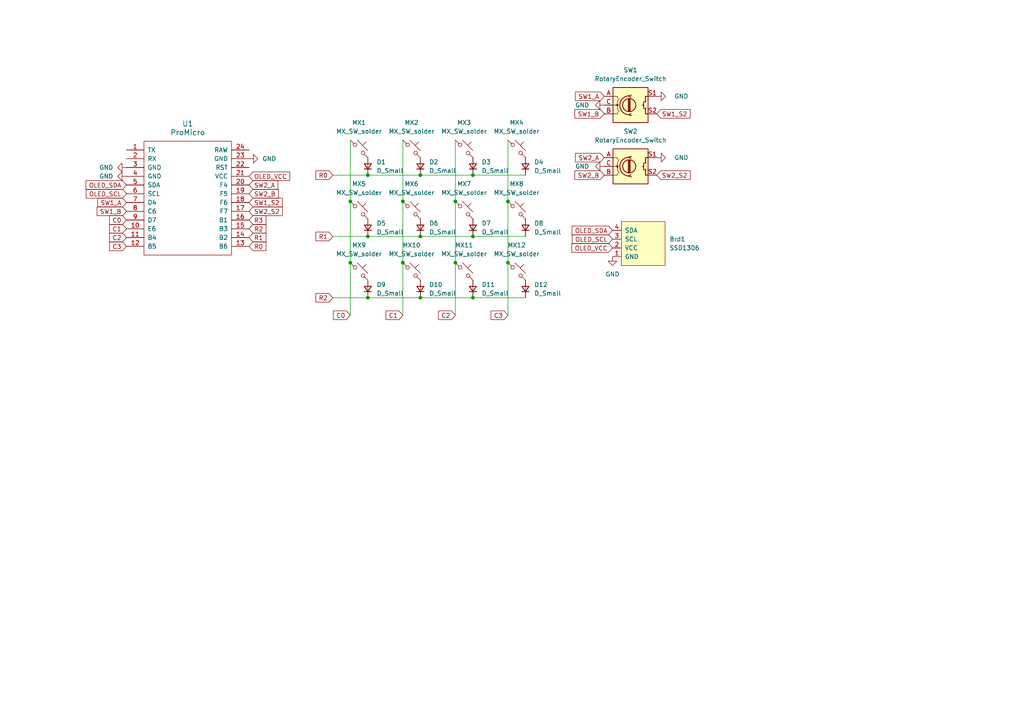
<source format=kicad_sch>
(kicad_sch (version 20230121) (generator eeschema)
  (paper "A4")
  (lib_symbols
    (symbol "Device:D_Small" (pin_numbers hide) (pin_names (offset 0.254) hide)
      (property "Reference" "D" (at -1.27 2.032 0))
      (property "Value" "D_Small" (at -3.81 -2.032 0))
      (symbol "D_Small_0_1"
        (polyline (pts (xy -0.762 -1.016) (xy -0.762 1.016)) (stroke (width 0.254)))
        (polyline (pts (xy -0.762 0) (xy 0.762 0)))
        (polyline (pts (xy 0.762 -1.016) (xy -0.762 0) (xy 0.762 1.016) (xy 0.762 -1.016)) (stroke (width 0.254)))
      )
      (symbol "D_Small_1_1"
        (pin passive line (at -2.54 0 0) (length 1.778) (name "K") (number "1"))
        (pin passive line (at 2.54 0 180) (length 1.778) (name "A") (number "2"))
      )
    )
    (symbol "Device:RotaryEncoder_Switch" (pin_names (offset 0.254) hide)
      (property "Reference" "SW" (at 0 6.604 0))
      (property "Value" "RotaryEncoder_Switch" (at 0 -6.604 0))
      (symbol "RotaryEncoder_Switch_0_1"
        (rectangle (start -5.08 5.08) (end 5.08 -5.08) (stroke (width 0.254)) (fill (type background)))
        (circle (center -3.81 0) (radius 0.254) (fill (type outline)))
        (circle (center -0.381 0) (radius 1.905) (stroke (width 0.254)))
        (arc (start -0.381 2.667) (mid -3.0988 -0.0635) (end -0.381 -2.794) (stroke (width 0.254)))
        (polyline (pts (xy -0.635 -1.778) (xy -0.635 1.778)) (stroke (width 0.254)))
        (polyline (pts (xy -0.381 -1.778) (xy -0.381 1.778)) (stroke (width 0.254)))
        (polyline (pts (xy -0.127 1.778) (xy -0.127 -1.778)) (stroke (width 0.254)))
        (polyline (pts (xy 3.81 0) (xy 3.429 0)) (stroke (width 0.254)))
        (polyline (pts (xy 3.81 1.016) (xy 3.81 -1.016)) (stroke (width 0.254)))
        (polyline (pts (xy -5.08 -2.54) (xy -3.81 -2.54) (xy -3.81 -2.032)))
        (polyline (pts (xy -5.08 2.54) (xy -3.81 2.54) (xy -3.81 2.032)))
        (polyline (pts (xy 0.254 -3.048) (xy -0.508 -2.794) (xy 0.127 -2.413)) (stroke (width 0.254)))
        (polyline (pts (xy 0.254 2.921) (xy -0.508 2.667) (xy 0.127 2.286)) (stroke (width 0.254)))
        (polyline (pts (xy 5.08 -2.54) (xy 4.318 -2.54) (xy 4.318 -1.016)) (stroke (width 0.254)))
        (polyline (pts (xy 5.08 2.54) (xy 4.318 2.54) (xy 4.318 1.016)) (stroke (width 0.254)))
        (polyline (pts (xy -5.08 0) (xy -3.81 0) (xy -3.81 -1.016) (xy -3.302 -2.032)))
        (polyline (pts (xy -4.318 0) (xy -3.81 0) (xy -3.81 1.016) (xy -3.302 2.032)))
        (circle (center 4.318 -1.016) (radius 0.127) (stroke (width 0.254)))
        (circle (center 4.318 1.016) (radius 0.127) (stroke (width 0.254)))
      )
      (symbol "RotaryEncoder_Switch_1_1"
        (pin passive line (at -7.62 2.54 0) (length 2.54) (name "A") (number "A"))
        (pin passive line (at -7.62 -2.54 0) (length 2.54) (name "B") (number "B"))
        (pin passive line (at -7.62 0 0) (length 2.54) (name "C") (number "C"))
        (pin passive line (at 7.62 2.54 180) (length 2.54) (name "S1") (number "S1"))
        (pin passive line (at 7.62 -2.54 180) (length 2.54) (name "S2") (number "S2"))
      )
    )
    (symbol "New_Library:ProMicro" (pin_names (offset 1.016))
      (property "Reference" "U" (at 0 24.13 0))
      (property "Value" "ProMicro" (at 0 -13.97 0))
      (symbol "ProMicro_0_1"
        (rectangle (start -12.7 21.59) (end 12.7 -11.43))
      )
      (symbol "ProMicro_1_1"
        (pin bidirectional line (at -17.78 19.05 0) (length 5.08) (name "TX") (number "1"))
        (pin bidirectional line (at -17.78 -3.81 0) (length 5.08) (name "E6") (number "10"))
        (pin bidirectional line (at -17.78 -6.35 0) (length 5.08) (name "B4") (number "11"))
        (pin bidirectional line (at -17.78 -8.89 0) (length 5.08) (name "B5") (number "12"))
        (pin bidirectional line (at 17.78 -8.89 180) (length 5.08) (name "B6") (number "13"))
        (pin bidirectional line (at 17.78 -6.35 180) (length 5.08) (name "B2") (number "14"))
        (pin bidirectional line (at 17.78 -3.81 180) (length 5.08) (name "B3") (number "15"))
        (pin bidirectional line (at 17.78 -1.27 180) (length 5.08) (name "B1") (number "16"))
        (pin bidirectional line (at 17.78 1.27 180) (length 5.08) (name "F7") (number "17"))
        (pin bidirectional line (at 17.78 3.81 180) (length 5.08) (name "F6") (number "18"))
        (pin bidirectional line (at 17.78 6.35 180) (length 5.08) (name "F5") (number "19"))
        (pin bidirectional line (at -17.78 16.51 0) (length 5.08) (name "RX") (number "2"))
        (pin bidirectional line (at 17.78 8.89 180) (length 5.08) (name "F4") (number "20"))
        (pin power_in line (at 17.78 11.43 180) (length 5.08) (name "VCC") (number "21"))
        (pin input line (at 17.78 13.97 180) (length 5.08) (name "RST") (number "22"))
        (pin power_in line (at 17.78 16.51 180) (length 5.08) (name "GND") (number "23"))
        (pin power_out line (at 17.78 19.05 180) (length 5.08) (name "RAW") (number "24"))
        (pin power_in line (at -17.78 13.97 0) (length 5.08) (name "GND") (number "3"))
        (pin power_in line (at -17.78 11.43 0) (length 5.08) (name "GND") (number "4"))
        (pin bidirectional line (at -17.78 8.89 0) (length 5.08) (name "SDA") (number "5"))
        (pin bidirectional line (at -17.78 6.35 0) (length 5.08) (name "SCL") (number "6"))
        (pin bidirectional line (at -17.78 3.81 0) (length 5.08) (name "D4") (number "7"))
        (pin bidirectional line (at -17.78 1.27 0) (length 5.08) (name "C6") (number "8"))
        (pin bidirectional line (at -17.78 -1.27 0) (length 5.08) (name "D7") (number "9"))
      )
    )
    (symbol "New_Library:SSD1306" (pin_names (offset 1.016))
      (property "Reference" "Brd" (at 0 -3.81 0))
      (property "Value" "SSD1306" (at 0 -1.27 0))
      (symbol "SSD1306_0_1"
        (rectangle (start -6.35 6.35) (end 6.35 -6.35) (fill (type background)))
      )
      (symbol "SSD1306_1_1"
        (pin input line (at -3.81 8.89 270) (length 2.54) (name "GND") (number "1"))
        (pin input line (at -1.27 8.89 270) (length 2.54) (name "VCC") (number "2"))
        (pin input line (at 1.27 8.89 270) (length 2.54) (name "SCL") (number "3"))
        (pin input line (at 3.81 8.89 270) (length 2.54) (name "SDA") (number "4"))
      )
    )
    (symbol "PCM_marbastlib-mx:MX_SW_solder" (pin_numbers hide) (pin_names (offset 1.016) hide)
      (property "Reference" "MX" (at 3.048 1.016 0))
      (property "Value" "MX_SW_solder" (at 0 -3.81 0))
      (symbol "MX_SW_solder_0_1"
        (circle (center -1.1684 1.1684) (radius 0.508))
        (polyline (pts (xy -0.508 2.54) (xy 2.54 -0.508)))
        (polyline (pts (xy 1.016 1.016) (xy 2.032 2.032)))
        (polyline (pts (xy -2.54 2.54) (xy -1.524 1.524) (xy -1.524 1.524)))
        (polyline (pts (xy 1.524 -1.524) (xy 2.54 -2.54) (xy 2.54 -2.54) (xy 2.54 -2.54)))
        (circle (center 1.143 -1.1938) (radius 0.508))
        (pin passive line (at -2.54 2.54 0) (length 0) (name "1") (number "1"))
        (pin passive line (at 2.54 -2.54 180) (length 0) (name "2") (number "2"))
      )
    )
    (symbol "power:GND" (power) (pin_names (offset 0))
      (property "Value" "GND" (at 0 -3.81 0))
      (symbol "GND_0_1"
        (polyline (pts (xy 0 0) (xy 0 -1.27) (xy 1.27 -1.27) (xy 0 -2.54) (xy -1.27 -1.27) (xy 0 -1.27)))
      )
      (symbol "GND_1_1"
        (pin power_in line (at 0 0 270) (length 0) hide (name "GND") (number "1"))
      )
    )
  )
  (junction (at 121.92 50.8))
  (junction (at 132.08 58.42))
  (junction (at 137.16 50.8))
  (junction (at 116.84 58.42))
  (junction (at 137.16 68.58))
  (junction (at 132.08 76.2))
  (junction (at 106.68 86.36))
  (junction (at 116.84 76.2))
  (junction (at 106.68 50.8))
  (junction (at 121.92 86.36))
  (junction (at 121.92 68.58))
  (junction (at 101.6 58.42))
  (junction (at 147.32 58.42))
  (junction (at 137.16 86.36))
  (junction (at 147.32 76.2))
  (junction (at 106.68 68.58))
  (junction (at 101.6 76.2))
  (wire (pts (xy 121.92 50.8) (xy 137.16 50.8)))
  (wire (pts (xy 96.52 68.58) (xy 106.68 68.58)))
  (wire (pts (xy 116.84 58.42) (xy 116.84 76.2)))
  (wire (pts (xy 121.92 86.36) (xy 137.16 86.36)))
  (wire (pts (xy 121.92 68.58) (xy 137.16 68.58)))
  (wire (pts (xy 147.32 58.42) (xy 147.32 76.2)))
  (wire (pts (xy 96.52 50.8) (xy 106.68 50.8)))
  (wire (pts (xy 101.6 76.2) (xy 101.6 91.44)))
  (wire (pts (xy 132.08 40.64) (xy 132.08 58.42)))
  (wire (pts (xy 132.08 76.2) (xy 132.08 91.44)))
  (wire (pts (xy 106.68 50.8) (xy 121.92 50.8)))
  (wire (pts (xy 106.68 86.36) (xy 121.92 86.36)))
  (wire (pts (xy 137.16 50.8) (xy 152.4 50.8)))
  (wire (pts (xy 116.84 76.2) (xy 116.84 91.44)))
  (wire (pts (xy 106.68 68.58) (xy 121.92 68.58)))
  (wire (pts (xy 137.16 86.36) (xy 152.4 86.36)))
  (wire (pts (xy 132.08 58.42) (xy 132.08 76.2)))
  (wire (pts (xy 101.6 40.64) (xy 101.6 58.42)))
  (wire (pts (xy 96.52 86.36) (xy 106.68 86.36)))
  (wire (pts (xy 101.6 58.42) (xy 101.6 76.2)))
  (wire (pts (xy 147.32 40.64) (xy 147.32 58.42)))
  (wire (pts (xy 137.16 68.58) (xy 152.4 68.58)))
  (wire (pts (xy 147.32 76.2) (xy 147.32 91.44)))
  (wire (pts (xy 116.84 40.64) (xy 116.84 58.42)))
  (global_label "SW2_S2" (shape input) (at 72.2358 61.2812 0) (property "Intersheetrefs" "${INTERSHEET_REFS}" (effects hide)))
  (global_label "OLED_SCL" (shape input) (at 36.6758 56.2012 180) (property "Intersheetrefs" "${INTERSHEET_REFS}" (effects hide)))
  (global_label "SW1_B" (shape input) (at 36.6758 61.2812 180) (property "Intersheetrefs" "${INTERSHEET_REFS}" (effects hide)))
  (global_label "C0" (shape input) (at 36.6758 63.8212 180) (property "Intersheetrefs" "${INTERSHEET_REFS}" (effects hide)))
  (global_label "SW2_B" (shape input) (at 72.2358 56.2012 0) (property "Intersheetrefs" "${INTERSHEET_REFS}" (effects hide)))
  (global_label "SW1_S2" (shape input) (at 190.5 33.02 0) (property "Intersheetrefs" "${INTERSHEET_REFS}" (effects hide)))
  (global_label "SW2_B" (shape input) (at 175.26 50.8 180) (property "Intersheetrefs" "${INTERSHEET_REFS}" (effects hide)))
  (global_label "SW2_A" (shape input) (at 175.26 45.72 180) (property "Intersheetrefs" "${INTERSHEET_REFS}" (effects hide)))
  (global_label "SW2_A" (shape input) (at 72.2358 53.6612 0) (property "Intersheetrefs" "${INTERSHEET_REFS}" (effects hide)))
  (global_label "SW2_S2" (shape input) (at 190.5 50.8 0) (property "Intersheetrefs" "${INTERSHEET_REFS}" (effects hide)))
  (global_label "SW1_A" (shape input) (at 175.26 27.94 180) (property "Intersheetrefs" "${INTERSHEET_REFS}" (effects hide)))
  (global_label "R1" (shape input) (at 72.2358 68.9012 0) (property "Intersheetrefs" "${INTERSHEET_REFS}" (effects hide)))
  (global_label "R3" (shape input) (at 72.2358 63.8212 0) (property "Intersheetrefs" "${INTERSHEET_REFS}" (effects hide)))
  (global_label "C2" (shape input) (at 36.6758 68.9012 180) (property "Intersheetrefs" "${INTERSHEET_REFS}" (effects hide)))
  (global_label "SW1_B" (shape input) (at 175.26 33.02 180) (property "Intersheetrefs" "${INTERSHEET_REFS}" (effects hide)))
  (global_label "R2" (shape input) (at 72.2358 66.3612 0) (property "Intersheetrefs" "${INTERSHEET_REFS}" (effects hide)))
  (global_label "R1" (shape input) (at 96.52 68.58 180) (property "Intersheetrefs" "${INTERSHEET_REFS}" (effects hide)))
  (global_label "OLED_VCC" (shape input) (at 177.653 71.9182 180) (property "Intersheetrefs" "${INTERSHEET_REFS}" (effects hide)))
  (global_label "OLED_VCC" (shape input) (at 72.2358 51.1212 0) (property "Intersheetrefs" "${INTERSHEET_REFS}" (effects hide)))
  (global_label "C0" (shape input) (at 101.6 91.44 180) (property "Intersheetrefs" "${INTERSHEET_REFS}" (effects hide)))
  (global_label "OLED_SCL" (shape input) (at 177.653 69.3782 180) (property "Intersheetrefs" "${INTERSHEET_REFS}" (effects hide)))
  (global_label "R0" (shape input) (at 96.52 50.8 180) (property "Intersheetrefs" "${INTERSHEET_REFS}" (effects hide)))
  (global_label "C1" (shape input) (at 116.84 91.44 180) (property "Intersheetrefs" "${INTERSHEET_REFS}" (effects hide)))
  (global_label "R2" (shape input) (at 96.52 86.36 180) (property "Intersheetrefs" "${INTERSHEET_REFS}" (effects hide)))
  (global_label "C3" (shape input) (at 36.6758 71.4412 180) (property "Intersheetrefs" "${INTERSHEET_REFS}" (effects hide)))
  (global_label "C2" (shape input) (at 132.08 91.44 180) (property "Intersheetrefs" "${INTERSHEET_REFS}" (effects hide)))
  (global_label "OLED_SDA" (shape input) (at 177.653 66.8382 180) (property "Intersheetrefs" "${INTERSHEET_REFS}" (effects hide)))
  (global_label "C1" (shape input) (at 36.6758 66.3612 180) (property "Intersheetrefs" "${INTERSHEET_REFS}" (effects hide)))
  (global_label "SW1_A" (shape input) (at 36.6758 58.7412 180) (property "Intersheetrefs" "${INTERSHEET_REFS}" (effects hide)))
  (global_label "OLED_SDA" (shape input) (at 36.6758 53.6612 180) (property "Intersheetrefs" "${INTERSHEET_REFS}" (effects hide)))
  (global_label "R0" (shape input) (at 72.2358 71.4412 0) (property "Intersheetrefs" "${INTERSHEET_REFS}" (effects hide)))
  (global_label "SW1_S2" (shape input) (at 72.2358 58.7412 0) (property "Intersheetrefs" "${INTERSHEET_REFS}" (effects hide)))
  (global_label "C3" (shape input) (at 147.32 91.44 180) (property "Intersheetrefs" "${INTERSHEET_REFS}" (effects hide)))
  (symbol (lib_id "Device:D_Small") (at 152.4 83.82 90) (unit 1)
    (property "Reference" "D12" (at 154.94 82.55 90) (effects (justify right)))
    (property "Value" "D_Small" (at 154.94 85.09 90) (effects (justify right)))
    (property "Footprint" "Diode_SMD:D_SOD-123" (effects hide))
    (property "Sim.Device" "D" (effects hide))
    (property "Sim.Pins" "1=K 2=A" (effects hide))
  )
  (symbol (lib_id "PCM_marbastlib-mx:MX_SW_solder") (at 104.14 43.18 0) (unit 1)
    (property "Reference" "MX1" (at 104.14 35.56 0))
    (property "Value" "MX_SW_solder" (at 104.14 38.1 0))
    (property "Footprint" "PCM_marbastlib-mx:SW_MX_1u" (effects hide))
  )
  (symbol (lib_id "PCM_marbastlib-mx:MX_SW_solder") (at 149.86 43.18 0) (unit 1)
    (property "Reference" "MX4" (at 149.86 35.56 0))
    (property "Value" "MX_SW_solder" (at 149.86 38.1 0))
    (property "Footprint" "PCM_marbastlib-mx:SW_MX_1u" (effects hide))
  )
  (symbol (lib_id "Device:D_Small") (at 106.68 83.82 90) (unit 1)
    (property "Reference" "D9" (at 109.22 82.55 90) (effects (justify right)))
    (property "Value" "D_Small" (at 109.22 85.09 90) (effects (justify right)))
    (property "Footprint" "Diode_SMD:D_SOD-123" (effects hide))
    (property "Sim.Device" "D" (effects hide))
    (property "Sim.Pins" "1=K 2=A" (effects hide))
  )
  (symbol (lib_id "New_Library:ProMicro") (at 54.4558 62.5512 0) (unit 1)
    (property "Reference" "U1" (at 54.4558 35.8812 0) (effects (font (size 1.524 1.524))))
    (property "Value" "ProMicro" (at 54.4558 38.4212 0) (effects (font (size 1.524 1.524))))
    (property "Footprint" "Keebio-Parts:ArduinoProMicro" (effects hide))
  )
  (symbol (lib_id "PCM_marbastlib-mx:MX_SW_solder") (at 104.14 78.74 0) (unit 1)
    (property "Reference" "MX9" (at 104.14 71.12 0))
    (property "Value" "MX_SW_solder" (at 104.14 73.66 0))
    (property "Footprint" "PCM_marbastlib-mx:SW_MX_1u" (effects hide))
  )
  (symbol (lib_id "Device:D_Small") (at 121.92 48.26 90) (unit 1)
    (property "Reference" "D2" (at 124.46 46.99 90) (effects (justify right)))
    (property "Value" "D_Small" (at 124.46 49.53 90) (effects (justify right)))
    (property "Footprint" "Diode_SMD:D_SOD-123" (effects hide))
    (property "Sim.Device" "D" (effects hide))
    (property "Sim.Pins" "1=K 2=A" (effects hide))
  )
  (symbol (lib_id "Device:D_Small") (at 121.92 66.04 90) (unit 1)
    (property "Reference" "D6" (at 124.46 64.77 90) (effects (justify right)))
    (property "Value" "D_Small" (at 124.46 67.31 90) (effects (justify right)))
    (property "Footprint" "Diode_SMD:D_SOD-123" (effects hide))
    (property "Sim.Device" "D" (effects hide))
    (property "Sim.Pins" "1=K 2=A" (effects hide))
  )
  (symbol (lib_id "power:GND") (at 190.5 45.72 90) (unit 1)
    (property "Reference" "#PWR08" (effects hide))
    (property "Value" "GND" (at 195.58 45.72 90) (effects (justify right)))
  )
  (symbol (lib_id "PCM_marbastlib-mx:MX_SW_solder") (at 134.62 43.18 0) (unit 1)
    (property "Reference" "MX3" (at 134.62 35.56 0))
    (property "Value" "MX_SW_solder" (at 134.62 38.1 0))
    (property "Footprint" "PCM_marbastlib-mx:SW_MX_1u" (effects hide))
  )
  (symbol (lib_id "PCM_marbastlib-mx:MX_SW_solder") (at 134.62 60.96 0) (unit 1)
    (property "Reference" "MX7" (at 134.62 53.34 0))
    (property "Value" "MX_SW_solder" (at 134.62 55.88 0))
    (property "Footprint" "PCM_marbastlib-mx:SW_MX_1u" (effects hide))
  )
  (symbol (lib_id "power:GND") (at 190.5 27.94 90) (unit 1)
    (property "Reference" "#PWR07" (effects hide))
    (property "Value" "GND" (at 195.58 27.94 90) (effects (justify right)))
  )
  (symbol (lib_id "Device:D_Small") (at 106.68 66.04 90) (unit 1)
    (property "Reference" "D5" (at 109.22 64.77 90) (effects (justify right)))
    (property "Value" "D_Small" (at 109.22 67.31 90) (effects (justify right)))
    (property "Footprint" "Diode_SMD:D_SOD-123" (effects hide))
    (property "Sim.Device" "D" (effects hide))
    (property "Sim.Pins" "1=K 2=A" (effects hide))
  )
  (symbol (lib_id "PCM_marbastlib-mx:MX_SW_solder") (at 134.62 78.74 0) (unit 1)
    (property "Reference" "MX11" (at 134.62 71.12 0))
    (property "Value" "MX_SW_solder" (at 134.62 73.66 0))
    (property "Footprint" "PCM_marbastlib-mx:SW_MX_1u" (effects hide))
  )
  (symbol (lib_id "Device:D_Small") (at 152.4 48.26 90) (unit 1)
    (property "Reference" "D4" (at 154.94 46.99 90) (effects (justify right)))
    (property "Value" "D_Small" (at 154.94 49.53 90) (effects (justify right)))
    (property "Footprint" "Diode_SMD:D_SOD-123" (effects hide))
    (property "Sim.Device" "D" (effects hide))
    (property "Sim.Pins" "1=K 2=A" (effects hide))
  )
  (symbol (lib_id "PCM_marbastlib-mx:MX_SW_solder") (at 149.86 60.96 0) (unit 1)
    (property "Reference" "MX8" (at 149.86 53.34 0))
    (property "Value" "MX_SW_solder" (at 149.86 55.88 0))
    (property "Footprint" "PCM_marbastlib-mx:SW_MX_1u" (effects hide))
  )
  (symbol (lib_id "Device:D_Small") (at 137.16 83.82 90) (unit 1)
    (property "Reference" "D11" (at 139.7 82.55 90) (effects (justify right)))
    (property "Value" "D_Small" (at 139.7 85.09 90) (effects (justify right)))
    (property "Footprint" "Diode_SMD:D_SOD-123" (effects hide))
    (property "Sim.Device" "D" (effects hide))
    (property "Sim.Pins" "1=K 2=A" (effects hide))
  )
  (symbol (lib_id "power:GND") (at 175.26 30.48 270) (unit 1)
    (property "Reference" "#PWR05" (effects hide))
    (property "Value" "GND" (at 170.8982 30.48 90) (effects (justify right)))
  )
  (symbol (lib_id "PCM_marbastlib-mx:MX_SW_solder") (at 119.38 78.74 0) (unit 1)
    (property "Reference" "MX10" (at 119.38 71.12 0))
    (property "Value" "MX_SW_solder" (at 119.38 73.66 0))
    (property "Footprint" "PCM_marbastlib-mx:SW_MX_1u" (effects hide))
  )
  (symbol (lib_id "PCM_marbastlib-mx:MX_SW_solder") (at 149.86 78.74 0) (unit 1)
    (property "Reference" "MX12" (at 149.86 71.12 0))
    (property "Value" "MX_SW_solder" (at 149.86 73.66 0))
    (property "Footprint" "PCM_marbastlib-mx:SW_MX_1u" (effects hide))
  )
  (symbol (lib_id "New_Library:SSD1306") (at 186.543 70.6482 90) (unit 1)
    (property "Reference" "Brd1" (at 194.163 69.3782 90) (effects (justify right)))
    (property "Value" "SSD1306" (at 194.163 71.9182 90) (effects (justify right)))
    (property "Footprint" "SSD1306:128x64OLED" (effects hide))
  )
  (symbol (lib_id "Device:RotaryEncoder_Switch") (at 182.88 48.26 0) (unit 1)
    (property "Reference" "SW2" (at 182.88 38.1 0))
    (property "Value" "RotaryEncoder_Switch" (at 182.88 40.64 0))
    (property "Footprint" "Rotary_Encoder:RotaryEncoder_Alps_EC11E-Switch_Vertical_H20mm_CircularMountingHoles" (effects hide))
  )
  (symbol (lib_id "PCM_marbastlib-mx:MX_SW_solder") (at 119.38 43.18 0) (unit 1)
    (property "Reference" "MX2" (at 119.38 35.56 0))
    (property "Value" "MX_SW_solder" (at 119.38 38.1 0))
    (property "Footprint" "PCM_marbastlib-mx:SW_MX_1u" (effects hide))
  )
  (symbol (lib_id "power:GND") (at 36.6758 51.1212 270) (unit 1)
    (property "Reference" "#PWR02" (effects hide))
    (property "Value" "GND" (at 32.8658 51.1212 90) (effects (justify right)))
  )
  (symbol (lib_id "power:GND") (at 36.6758 48.5812 270) (unit 1)
    (property "Reference" "#PWR01" (effects hide))
    (property "Value" "GND" (at 32.8658 48.5812 90) (effects (justify right)))
  )
  (symbol (lib_id "PCM_marbastlib-mx:MX_SW_solder") (at 104.14 60.96 0) (unit 1)
    (property "Reference" "MX5" (at 104.14 53.34 0))
    (property "Value" "MX_SW_solder" (at 104.14 55.88 0))
    (property "Footprint" "PCM_marbastlib-mx:SW_MX_1u" (effects hide))
  )
  (symbol (lib_id "power:GND") (at 72.2358 46.0412 90) (unit 1)
    (property "Reference" "#PWR03" (effects hide))
    (property "Value" "GND" (at 76.0458 46.0412 90) (effects (justify right)))
  )
  (symbol (lib_id "Device:D_Small") (at 137.16 48.26 90) (unit 1)
    (property "Reference" "D3" (at 139.7 46.99 90) (effects (justify right)))
    (property "Value" "D_Small" (at 139.7 49.53 90) (effects (justify right)))
    (property "Footprint" "Diode_SMD:D_SOD-123" (effects hide))
    (property "Sim.Device" "D" (effects hide))
    (property "Sim.Pins" "1=K 2=A" (effects hide))
  )
  (symbol (lib_id "power:GND") (at 177.653 74.4582 0) (unit 1)
    (property "Reference" "#PWR04" (effects hide))
    (property "Value" "GND" (at 177.653 79.5382 0))
  )
  (symbol (lib_id "PCM_marbastlib-mx:MX_SW_solder") (at 119.38 60.96 0) (unit 1)
    (property "Reference" "MX6" (at 119.38 53.34 0))
    (property "Value" "MX_SW_solder" (at 119.38 55.88 0))
    (property "Footprint" "PCM_marbastlib-mx:SW_MX_1u" (effects hide))
  )
  (symbol (lib_id "power:GND") (at 175.26 48.26 270) (unit 1)
    (property "Reference" "#PWR06" (effects hide))
    (property "Value" "GND" (at 170.8982 48.26 90) (effects (justify right)))
  )
  (symbol (lib_id "Device:D_Small") (at 106.68 48.26 90) (unit 1)
    (property "Reference" "D1" (at 109.22 46.99 90) (effects (justify right)))
    (property "Value" "D_Small" (at 109.22 49.53 90) (effects (justify right)))
    (property "Footprint" "Diode_SMD:D_SOD-123" (effects hide))
    (property "Sim.Device" "D" (effects hide))
    (property "Sim.Pins" "1=K 2=A" (effects hide))
  )
  (symbol (lib_id "Device:D_Small") (at 121.92 83.82 90) (unit 1)
    (property "Reference" "D10" (at 124.46 82.55 90) (effects (justify right)))
    (property "Value" "D_Small" (at 124.46 85.09 90) (effects (justify right)))
    (property "Footprint" "Diode_SMD:D_SOD-123" (effects hide))
    (property "Sim.Device" "D" (effects hide))
    (property "Sim.Pins" "1=K 2=A" (effects hide))
  )
  (symbol (lib_id "Device:D_Small") (at 137.16 66.04 90) (unit 1)
    (property "Reference" "D7" (at 139.7 64.77 90) (effects (justify right)))
    (property "Value" "D_Small" (at 139.7 67.31 90) (effects (justify right)))
    (property "Footprint" "Diode_SMD:D_SOD-123" (effects hide))
    (property "Sim.Device" "D" (effects hide))
    (property "Sim.Pins" "1=K 2=A" (effects hide))
  )
  (symbol (lib_id "Device:D_Small") (at 152.4 66.04 90) (unit 1)
    (property "Reference" "D8" (at 154.94 64.77 90) (effects (justify right)))
    (property "Value" "D_Small" (at 154.94 67.31 90) (effects (justify right)))
    (property "Footprint" "Diode_SMD:D_SOD-123" (effects hide))
    (property "Sim.Device" "D" (effects hide))
    (property "Sim.Pins" "1=K 2=A" (effects hide))
  )
  (symbol (lib_id "Device:RotaryEncoder_Switch") (at 182.88 30.48 0) (unit 1)
    (property "Reference" "SW1" (at 182.88 20.32 0))
    (property "Value" "RotaryEncoder_Switch" (at 182.88 22.86 0))
    (property "Footprint" "Rotary_Encoder:RotaryEncoder_Alps_EC11E-Switch_Vertical_H20mm_CircularMountingHoles" (effects hide))
  )
)
</source>
